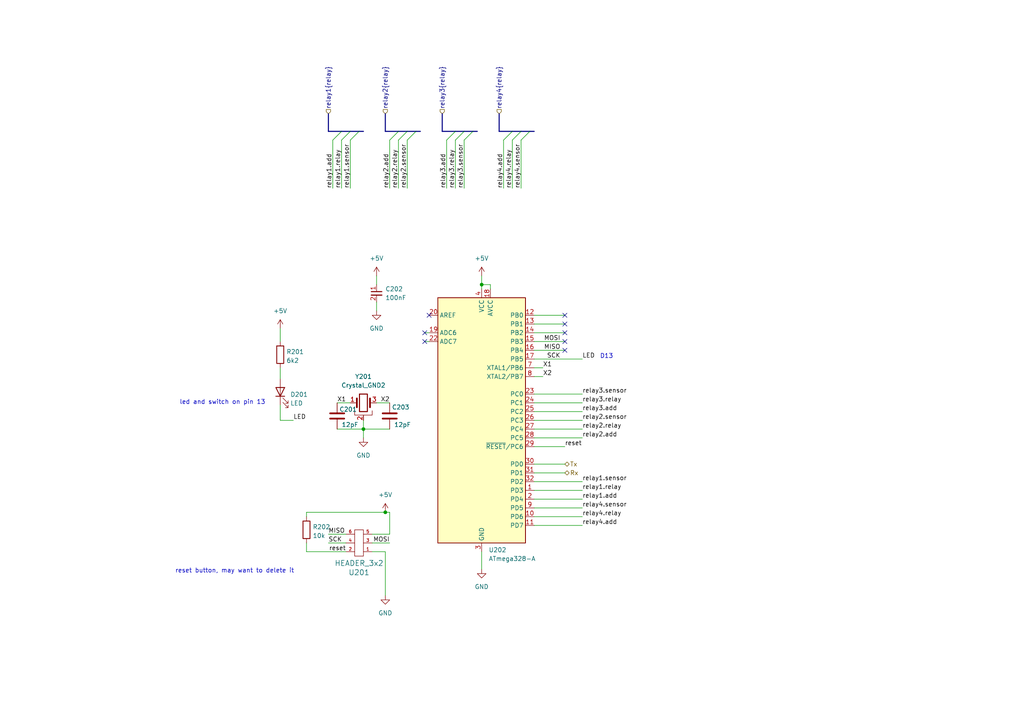
<source format=kicad_sch>
(kicad_sch (version 20230121) (generator eeschema)
  (paper "A4")
  (lib_symbols
    (symbol "Device:C" (pin_numbers hide) (pin_names (offset 0.254))
      (property "Reference" "C" (at 0.635 2.54 0))
      (property "Value" "C" (at 0.635 -2.54 0))
      (symbol "C_0_1"
        (polyline (pts (xy -2.032 -0.762) (xy 2.032 -0.762)) (stroke (width 0.508)))
        (polyline (pts (xy -2.032 0.762) (xy 2.032 0.762)) (stroke (width 0.508)))
      )
      (symbol "C_1_1"
        (pin passive line (at 0 3.81 270) (length 2.794) (name "~") (number "1"))
        (pin passive line (at 0 -3.81 90) (length 2.794) (name "~") (number "2"))
      )
    )
    (symbol "Device:LED" (pin_numbers hide) (pin_names (offset 1.016) hide)
      (property "Reference" "D" (at 0 2.54 0))
      (property "Value" "LED" (at 0 -2.54 0))
      (symbol "LED_0_1"
        (polyline (pts (xy -1.27 -1.27) (xy -1.27 1.27)) (stroke (width 0.254)))
        (polyline (pts (xy -1.27 0) (xy 1.27 0)))
        (polyline (pts (xy 1.27 -1.27) (xy 1.27 1.27) (xy -1.27 0) (xy 1.27 -1.27)) (stroke (width 0.254)))
        (polyline (pts (xy -3.048 -0.762) (xy -4.572 -2.286) (xy -3.81 -2.286) (xy -4.572 -2.286) (xy -4.572 -1.524)))
        (polyline (pts (xy -1.778 -0.762) (xy -3.302 -2.286) (xy -2.54 -2.286) (xy -3.302 -2.286) (xy -3.302 -1.524)))
      )
      (symbol "LED_1_1"
        (pin passive line (at -3.81 0 0) (length 2.54) (name "K") (number "1"))
        (pin passive line (at 3.81 0 180) (length 2.54) (name "A") (number "2"))
      )
    )
    (symbol "Device:R" (pin_numbers hide) (pin_names (offset 0))
      (property "Reference" "R" (at 2.032 0 90))
      (property "Value" "R" (at 0 0 90))
      (symbol "R_0_1"
        (rectangle (start -1.016 -2.54) (end 1.016 2.54) (stroke (width 0.254)))
      )
      (symbol "R_1_1"
        (pin passive line (at 0 3.81 270) (length 1.27) (name "~") (number "1"))
        (pin passive line (at 0 -3.81 90) (length 1.27) (name "~") (number "2"))
      )
    )
    (symbol "MCU_Microchip_ATmega:ATmega328-A"
      (property "Reference" "U" (at -12.7 36.83 0))
      (property "Value" "ATmega328-A" (at 2.54 -36.83 0))
      (symbol "ATmega328-A_0_1"
        (rectangle (start -12.7 -35.56) (end 12.7 35.56) (stroke (width 0.254)) (fill (type background)))
      )
      (symbol "ATmega328-A_1_1"
        (pin bidirectional line (at 15.24 -20.32 180) (length 2.54) (name "PD3") (number "1"))
        (pin bidirectional line (at 15.24 -27.94 180) (length 2.54) (name "PD6") (number "10"))
        (pin bidirectional line (at 15.24 -30.48 180) (length 2.54) (name "PD7") (number "11"))
        (pin bidirectional line (at 15.24 30.48 180) (length 2.54) (name "PB0") (number "12"))
        (pin bidirectional line (at 15.24 27.94 180) (length 2.54) (name "PB1") (number "13"))
        (pin bidirectional line (at 15.24 25.4 180) (length 2.54) (name "PB2") (number "14"))
        (pin bidirectional line (at 15.24 22.86 180) (length 2.54) (name "PB3") (number "15"))
        (pin bidirectional line (at 15.24 20.32 180) (length 2.54) (name "PB4") (number "16"))
        (pin bidirectional line (at 15.24 17.78 180) (length 2.54) (name "PB5") (number "17"))
        (pin power_in line (at 2.54 38.1 270) (length 2.54) (name "AVCC") (number "18"))
        (pin input line (at -15.24 25.4 0) (length 2.54) (name "ADC6") (number "19"))
        (pin bidirectional line (at 15.24 -22.86 180) (length 2.54) (name "PD4") (number "2"))
        (pin passive line (at -15.24 30.48 0) (length 2.54) (name "AREF") (number "20"))
        (pin passive line (at 0 -38.1 90) (length 2.54) hide (name "GND") (number "21"))
        (pin input line (at -15.24 22.86 0) (length 2.54) (name "ADC7") (number "22"))
        (pin bidirectional line (at 15.24 7.62 180) (length 2.54) (name "PC0") (number "23"))
        (pin bidirectional line (at 15.24 5.08 180) (length 2.54) (name "PC1") (number "24"))
        (pin bidirectional line (at 15.24 2.54 180) (length 2.54) (name "PC2") (number "25"))
        (pin bidirectional line (at 15.24 0 180) (length 2.54) (name "PC3") (number "26"))
        (pin bidirectional line (at 15.24 -2.54 180) (length 2.54) (name "PC4") (number "27"))
        (pin bidirectional line (at 15.24 -5.08 180) (length 2.54) (name "PC5") (number "28"))
        (pin bidirectional line (at 15.24 -7.62 180) (length 2.54) (name "~{RESET}/PC6") (number "29"))
        (pin power_in line (at 0 -38.1 90) (length 2.54) (name "GND") (number "3"))
        (pin bidirectional line (at 15.24 -12.7 180) (length 2.54) (name "PD0") (number "30"))
        (pin bidirectional line (at 15.24 -15.24 180) (length 2.54) (name "PD1") (number "31"))
        (pin bidirectional line (at 15.24 -17.78 180) (length 2.54) (name "PD2") (number "32"))
        (pin power_in line (at 0 38.1 270) (length 2.54) (name "VCC") (number "4"))
        (pin passive line (at 0 -38.1 90) (length 2.54) hide (name "GND") (number "5"))
        (pin passive line (at 0 38.1 270) (length 2.54) hide (name "VCC") (number "6"))
        (pin bidirectional line (at 15.24 15.24 180) (length 2.54) (name "XTAL1/PB6") (number "7"))
        (pin bidirectional line (at 15.24 12.7 180) (length 2.54) (name "XTAL2/PB7") (number "8"))
        (pin bidirectional line (at 15.24 -25.4 180) (length 2.54) (name "PD5") (number "9"))
      )
    )
    (symbol "capacitor_miscellaneous:C_0402_100nF"
      (property "Reference" "U" (at 1.27 2.54 0))
      (property "Value" "100nF" (at 3.81 -2.54 0))
      (property "JLCPCB Part#" "C307331" (at 0 0 0))
      (symbol "C_0402_100nF_0_1"
        (polyline (pts (xy -1.524 -0.508) (xy 1.524 -0.508)) (stroke (width 0.3302)))
        (polyline (pts (xy -1.524 0.508) (xy 1.524 0.508)) (stroke (width 0.3048)))
      )
      (symbol "C_0402_100nF_1_1"
        (pin passive line (at 0 2.54 270) (length 2.032) (name "~") (number "1"))
        (pin passive line (at 0 -2.54 90) (length 2.032) (name "~") (number "2"))
      )
    )
    (symbol "custom_kicad_lib_sk:crystal_arduino" (pin_names (offset 1.016) hide)
      (property "Reference" "Y" (at 0 5.715 0))
      (property "Value" "Crystal_GND2" (at 0 3.81 0))
      (property "JLCPCB Part#" "C13738" (at 0 0 0))
      (symbol "crystal_arduino_0_1"
        (rectangle (start -1.143 2.54) (end 1.143 -2.54) (stroke (width 0.3048)))
        (polyline (pts (xy -2.54 0) (xy -1.905 0)))
        (polyline (pts (xy -1.905 -1.27) (xy -1.905 1.27)) (stroke (width 0.508)))
        (polyline (pts (xy 0 -3.81) (xy 0 -3.556)))
        (polyline (pts (xy 1.905 0) (xy 2.54 0)))
        (polyline (pts (xy 1.905 1.27) (xy 1.905 -1.27)) (stroke (width 0.508)))
        (polyline (pts (xy -2.54 -2.286) (xy -2.54 -3.556) (xy 2.54 -3.556) (xy 2.54 -2.286)))
      )
      (symbol "crystal_arduino_1_1"
        (pin passive line (at -3.81 0 0) (length 1.27) (name "1") (number "1"))
        (pin passive line (at 0 -5.08 90) (length 1.27) (name "GND") (number "2"))
        (pin passive line (at 3.81 0 180) (length 1.27) (name "3") (number "3"))
        (pin passive line (at 0 -5.08 90) (length 1.27) hide (name "GND") (number "4"))
      )
    )
    (symbol "power:+5V" (power) (pin_names (offset 0))
      (property "Value" "+5V" (at 0 3.556 0))
      (symbol "+5V_0_1"
        (polyline (pts (xy -0.762 1.27) (xy 0 2.54)))
        (polyline (pts (xy 0 0) (xy 0 2.54)))
        (polyline (pts (xy 0 2.54) (xy 0.762 1.27)))
      )
      (symbol "+5V_1_1"
        (pin power_in line (at 0 0 90) (length 0) hide (name "+5V") (number "1"))
      )
    )
    (symbol "power:GND" (power) (pin_names (offset 0))
      (property "Value" "GND" (at 0 -3.81 0))
      (symbol "GND_0_1"
        (polyline (pts (xy 0 0) (xy 0 -1.27) (xy 1.27 -1.27) (xy 0 -2.54) (xy -1.27 -1.27) (xy 0 -1.27)))
      )
      (symbol "GND_1_1"
        (pin power_in line (at 0 0 270) (length 0) hide (name "GND") (number "1"))
      )
    )
    (symbol "servoDriverSMD-rescue:HEADER_3x2-w_connectors" (pin_names (offset 0))
      (property "Reference" "J" (at 0 5.08 0))
      (property "Value" "HEADER_3x2-w_connectors" (at 0 -5.08 0))
      (symbol "HEADER_3x2-w_connectors_0_1"
        (rectangle (start 1.27 3.81) (end -1.27 -3.81))
      )
      (symbol "HEADER_3x2-w_connectors_1_1"
        (pin passive line (at -3.81 2.54 0) (length 2.54) (name "~") (number "1"))
        (pin passive line (at 3.81 2.54 180) (length 2.54) (name "~") (number "2"))
        (pin passive line (at -3.81 0 0) (length 2.54) (name "~") (number "3"))
        (pin passive line (at 3.81 0 180) (length 2.54) (name "~") (number "4"))
        (pin passive line (at -3.81 -2.54 0) (length 2.54) (name "~") (number "5"))
        (pin passive line (at 3.81 -2.54 180) (length 2.54) (name "~") (number "6"))
      )
    )
  )
  (junction (at 105.41 124.46))
  (junction (at 111.76 148.59))
  (junction (at 139.7 82.55))
  (no_connect (at 123.19 96.52))
  (no_connect (at 124.46 91.44))
  (no_connect (at 163.83 93.98))
  (no_connect (at 163.83 96.52))
  (no_connect (at 163.83 99.06))
  (no_connect (at 123.19 99.06))
  (no_connect (at 163.83 101.6))
  (no_connect (at 163.83 91.44))
  (bus_entry (at 113.03 40.64) (size 2.54 -2.54))
  (bus_entry (at 118.11 40.64) (size 2.54 -2.54))
  (bus_entry (at 115.57 40.64) (size 2.54 -2.54))
  (bus_entry (at 96.52 40.64) (size 2.54 -2.54))
  (bus_entry (at 132.08 40.64) (size 2.54 -2.54))
  (bus_entry (at 101.6 40.64) (size 2.54 -2.54))
  (bus_entry (at 148.59 40.64) (size 2.54 -2.54))
  (bus_entry (at 99.06 40.64) (size 2.54 -2.54))
  (bus_entry (at 146.05 40.64) (size 2.54 -2.54))
  (bus_entry (at 151.13 40.64) (size 2.54 -2.54))
  (bus_entry (at 134.62 40.64) (size 2.54 -2.54))
  (bus_entry (at 129.54 40.64) (size 2.54 -2.54))
  (wire (pts (xy 111.76 148.59) (xy 113.03 148.59)))
  (wire (pts (xy 168.91 142.24) (xy 154.94 142.24)))
  (wire (pts (xy 139.7 82.55) (xy 139.7 83.82)))
  (wire (pts (xy 105.41 124.46) (xy 113.03 124.46)))
  (wire (pts (xy 154.94 127) (xy 168.91 127)))
  (wire (pts (xy 107.95 154.94) (xy 113.03 154.94)))
  (bus (pts (xy 118.11 38.1) (xy 120.65 38.1)))
  (bus (pts (xy 95.25 33.02) (xy 95.25 38.1)))
  (wire (pts (xy 111.76 160.02) (xy 107.95 160.02)))
  (wire (pts (xy 142.24 82.55) (xy 139.7 82.55)))
  (wire (pts (xy 154.94 124.46) (xy 168.91 124.46)))
  (bus (pts (xy 144.78 33.02) (xy 144.78 38.1)))
  (wire (pts (xy 113.03 54.61) (xy 113.03 40.64)))
  (wire (pts (xy 100.33 157.48) (xy 95.25 157.48)))
  (wire (pts (xy 101.6 116.84) (xy 97.79 116.84)))
  (wire (pts (xy 168.91 139.7) (xy 154.94 139.7)))
  (wire (pts (xy 168.91 149.86) (xy 154.94 149.86)))
  (wire (pts (xy 88.9 160.02) (xy 100.33 160.02)))
  (bus (pts (xy 134.62 38.1) (xy 137.16 38.1)))
  (wire (pts (xy 88.9 148.59) (xy 111.76 148.59)))
  (bus (pts (xy 148.59 38.1) (xy 151.13 38.1)))
  (wire (pts (xy 81.28 117.475) (xy 81.28 121.92)))
  (bus (pts (xy 111.76 38.1) (xy 115.57 38.1)))
  (wire (pts (xy 154.94 129.54) (xy 163.83 129.54)))
  (wire (pts (xy 168.91 152.4) (xy 154.94 152.4)))
  (wire (pts (xy 113.03 154.94) (xy 113.03 148.59)))
  (wire (pts (xy 129.54 54.61) (xy 129.54 40.64)))
  (bus (pts (xy 128.27 38.1) (xy 132.08 38.1)))
  (bus (pts (xy 128.27 33.02) (xy 128.27 38.1)))
  (bus (pts (xy 115.57 38.1) (xy 118.11 38.1)))
  (wire (pts (xy 168.91 116.84) (xy 154.94 116.84)))
  (wire (pts (xy 154.94 109.22) (xy 157.48 109.22)))
  (wire (pts (xy 139.7 160.02) (xy 139.7 165.1)))
  (wire (pts (xy 101.6 54.61) (xy 101.6 40.64)))
  (bus (pts (xy 111.76 33.02) (xy 111.76 38.1)))
  (wire (pts (xy 123.19 96.52) (xy 124.46 96.52)))
  (bus (pts (xy 151.13 38.1) (xy 153.67 38.1)))
  (wire (pts (xy 88.9 157.48) (xy 88.9 160.02)))
  (wire (pts (xy 99.06 54.61) (xy 99.06 40.64)))
  (bus (pts (xy 104.14 38.1) (xy 105.41 38.1)))
  (bus (pts (xy 99.06 38.1) (xy 101.6 38.1)))
  (wire (pts (xy 107.95 157.48) (xy 113.03 157.48)))
  (wire (pts (xy 154.94 121.92) (xy 168.91 121.92)))
  (wire (pts (xy 81.28 106.68) (xy 81.28 109.855)))
  (wire (pts (xy 105.41 121.92) (xy 105.41 124.46)))
  (wire (pts (xy 109.22 116.84) (xy 113.03 116.84)))
  (wire (pts (xy 168.91 144.78) (xy 154.94 144.78)))
  (wire (pts (xy 123.19 99.06) (xy 124.46 99.06)))
  (wire (pts (xy 132.08 54.61) (xy 132.08 40.64)))
  (wire (pts (xy 148.59 54.61) (xy 148.59 40.64)))
  (wire (pts (xy 139.7 80.01) (xy 139.7 82.55)))
  (wire (pts (xy 118.11 54.61) (xy 118.11 40.64)))
  (wire (pts (xy 111.76 160.02) (xy 111.76 172.72)))
  (bus (pts (xy 153.67 38.1) (xy 154.94 38.1)))
  (wire (pts (xy 154.94 106.68) (xy 157.48 106.68)))
  (bus (pts (xy 137.16 38.1) (xy 138.43 38.1)))
  (wire (pts (xy 115.57 54.61) (xy 115.57 40.64)))
  (wire (pts (xy 168.91 114.3) (xy 154.94 114.3)))
  (wire (pts (xy 95.25 154.94) (xy 100.33 154.94)))
  (wire (pts (xy 81.28 95.25) (xy 81.28 99.06)))
  (wire (pts (xy 151.13 54.61) (xy 151.13 40.64)))
  (wire (pts (xy 134.62 54.61) (xy 134.62 40.64)))
  (wire (pts (xy 109.22 87.63) (xy 109.22 90.17)))
  (wire (pts (xy 154.94 99.06) (xy 163.83 99.06)))
  (wire (pts (xy 88.9 148.59) (xy 88.9 149.86)))
  (wire (pts (xy 85.09 121.92) (xy 81.28 121.92)))
  (bus (pts (xy 120.65 38.1) (xy 121.92 38.1)))
  (wire (pts (xy 154.94 119.38) (xy 168.91 119.38)))
  (wire (pts (xy 154.94 93.98) (xy 163.83 93.98)))
  (wire (pts (xy 154.94 137.16) (xy 163.83 137.16)))
  (bus (pts (xy 132.08 38.1) (xy 134.62 38.1)))
  (wire (pts (xy 97.79 124.46) (xy 105.41 124.46)))
  (wire (pts (xy 109.22 80.01) (xy 109.22 82.55)))
  (wire (pts (xy 154.94 134.62) (xy 163.83 134.62)))
  (wire (pts (xy 168.91 147.32) (xy 154.94 147.32)))
  (wire (pts (xy 105.41 124.46) (xy 105.41 127)))
  (wire (pts (xy 154.94 104.14) (xy 168.91 104.14)))
  (wire (pts (xy 142.24 83.82) (xy 142.24 82.55)))
  (bus (pts (xy 144.78 38.1) (xy 148.59 38.1)))
  (bus (pts (xy 101.6 38.1) (xy 104.14 38.1)))
  (bus (pts (xy 95.25 38.1) (xy 99.06 38.1)))
  (wire (pts (xy 96.52 54.61) (xy 96.52 40.64)))
  (wire (pts (xy 154.94 101.6) (xy 163.83 101.6)))
  (wire (pts (xy 154.94 91.44) (xy 163.83 91.44)))
  (wire (pts (xy 146.05 54.61) (xy 146.05 40.64)))
  (wire (pts (xy 154.94 96.52) (xy 163.83 96.52)))
  (text "reset button, may want to delete it" (at 50.8 166.37 0) (effects (font (size 1.27 1.27)) (justify left bottom)))
  (text "led and switch on pin 13" (at 52.07 117.475 0) (effects (font (size 1.27 1.27)) (justify left bottom)))
  (text "D13" (at 173.99 104.14 0) (effects (font (size 1.27 1.27)) (justify left bottom)))
  (label "relay4.sensor" (at 168.91 147.32 0))
  (label "relay3.relay" (at 168.91 116.84 0))
  (label "relay2.add" (at 168.91 127 0))
  (label "SCK" (at 95.25 157.48 0))
  (label "relay1.relay" (at 99.06 54.61 90))
  (label "reset" (at 163.83 129.54 0))
  (label "X1" (at 97.79 116.84 0))
  (label "X2" (at 157.48 109.22 0))
  (label "relay2.relay" (at 115.57 54.61 90))
  (label "relay4.add" (at 168.91 152.4 0))
  (label "MISO" (at 95.25 154.94 0))
  (label "relay3.sensor" (at 134.62 54.61 90))
  (label "relay4.add" (at 146.05 54.61 90))
  (label "relay1.sensor" (at 101.6 54.61 90))
  (label "MOSI" (at 162.56 99.06 180))
  (label "relay3.add" (at 129.54 54.61 90))
  (label "reset" (at 100.33 160.02 180))
  (label "relay2.sensor" (at 168.91 121.92 0))
  (label "relay2.add" (at 113.03 54.61 90))
  (label "relay1.add" (at 168.91 144.78 0))
  (label "relay1.relay" (at 168.91 142.24 0))
  (label "relay3.add" (at 168.91 119.38 0))
  (label "relay4.relay" (at 148.59 54.61 90))
  (label "relay1.add" (at 96.52 54.61 90))
  (label "LED" (at 168.91 104.14 0))
  (label "X1" (at 157.48 106.68 0))
  (label "SCK" (at 162.56 104.14 180))
  (label "MISO" (at 162.56 101.6 180))
  (label "LED" (at 85.09 121.92 0))
  (label "relay3.sensor" (at 168.91 114.3 0))
  (label "MOSI" (at 113.03 157.48 180))
  (label "relay2.sensor" (at 118.11 54.61 90))
  (label "relay4.sensor" (at 151.13 54.61 90))
  (label "relay3.relay" (at 132.08 54.61 90))
  (label "relay4.relay" (at 168.91 149.86 0))
  (label "relay2.relay" (at 168.91 124.46 0))
  (label "X2" (at 113.03 116.84 180))
  (label "relay1.sensor" (at 168.91 139.7 0))
  (hierarchical_label "relay3{relay}" (shape input) (at 128.27 33.02 90))
  (hierarchical_label "relay4{relay}" (shape input) (at 144.78 33.02 90))
  (hierarchical_label "relay2{relay}" (shape input) (at 111.76 33.02 90))
  (hierarchical_label "relay1{relay}" (shape input) (at 95.25 33.02 90))
  (hierarchical_label "Rx" (shape bidirectional) (at 163.83 137.16 0))
  (hierarchical_label "Tx" (shape bidirectional) (at 163.83 134.62 0))
  (symbol (lib_id "custom_kicad_lib_sk:crystal_arduino") (at 105.41 116.84 0) (unit 1)
    (property "Reference" "Y201" (at 105.41 109.22 0))
    (property "Value" "Crystal_GND2" (at 105.41 111.76 0))
    (property "Footprint" "custom_kicad_lib_sk:crystal_arduino" (effects hide))
    (property "JLCPCB Part#" "C13738" (effects hide))
    (instances (project "relayTracker" (path "" (reference "Y201") (unit 1))) (project "atmega328" (path "" (reference "Y201") (unit 1))) (project "general_schematics" (path "" (reference "Y?") (unit 1)) (path "" (reference "Y1401") (unit 1))))
  )
  (symbol (lib_id "Device:C") (at 113.03 120.65 180) (unit 1)
    (property "Reference" "C203" (at 113.665 118.11 0) (effects (justify right)))
    (property "Value" "12pF" (at 114.3 123.19 0) (effects (justify right)))
    (property "Footprint" "Capacitor_SMD:C_0603_1608Metric" (effects hide))
    (property "JLCPCB Part#" "C38523" (effects hide))
    (instances (project "relayTracker" (path "" (reference "C203") (unit 1))) (project "atmega328" (path "" (reference "C203") (unit 1))) (project "general_schematics" (path "" (reference "C?") (unit 1)) (path "" (reference "C1403") (unit 1))))
  )
  (symbol (lib_id "Device:R") (at 81.28 102.87 0) (unit 1)
    (property "Reference" "R201" (at 83.058 102.0353 0) (effects (justify left)))
    (property "Value" "6k2" (at 83.058 104.5722 0) (effects (justify left)))
    (property "Footprint" "Resistor_SMD:R_0603_1608Metric_Pad0.98x0.95mm_HandSolder" (effects hide))
    (property "JLCPCB Part#" "C4260" (effects hide))
    (instances (project "relayTracker" (path "" (reference "R201") (unit 1))) (project "atmega328" (path "" (reference "R201") (unit 1))) (project "general_schematics" (path "" (reference "R1401") (unit 1))))
  )
  (symbol (lib_id "MCU_Microchip_ATmega:ATmega328-A") (at 139.7 121.92 0) (unit 1)
    (property "Reference" "U202" (at 141.7194 159.5104 0) (effects (justify left)))
    (property "Value" "ATmega328-A" (at 141.7194 162.0473 0) (effects (justify left)))
    (property "Footprint" "Package_QFP:TQFP-32_7x7mm_P0.8mm" (effects hide))
    (property "Datasheet" "http://ww1.microchip.com/downloads/en/DeviceDoc/ATmega328_P%20AVR%20MCU%20with%20picoPower%20Technology%20Data%20Sheet%2040001984A.pdf" (effects hide))
    (property "JLCPCB Part#" "C14877" (effects hide))
    (instances (project "relayTracker" (path "" (reference "U202") (unit 1))) (project "atmega328" (path "" (reference "U202") (unit 1))) (project "general_schematics" (path "" (reference "U1402") (unit 1))))
  )
  (symbol (lib_id "Device:C") (at 97.79 120.65 180) (unit 1)
    (property "Reference" "C201" (at 98.425 118.745 0) (effects (justify right)))
    (property "Value" "12pF" (at 99.06 123.19 0) (effects (justify right)))
    (property "Footprint" "Capacitor_SMD:C_0603_1608Metric" (effects hide))
    (property "JLCPCB Part#" "C38523" (effects hide))
    (instances (project "relayTracker" (path "" (reference "C201") (unit 1))) (project "atmega328" (path "" (reference "C201") (unit 1))) (project "general_schematics" (path "" (reference "C?") (unit 1)) (path "" (reference "C1401") (unit 1))))
  )
  (symbol (lib_id "power:+5V") (at 111.76 148.59 0) (unit 1)
    (property "Reference" "#PWR0203" (effects hide))
    (property "Value" "+5V" (at 111.76 143.51 0))
  )
  (symbol (lib_id "power:+5V") (at 81.28 95.25 0) (unit 1)
    (property "Reference" "#PWR0204" (effects hide))
    (property "Value" "+5V" (at 81.28 90.17 0))
  )
  (symbol (lib_id "power:+5V") (at 109.22 80.01 0) (unit 1)
    (property "Reference" "#PWR0205" (effects hide))
    (property "Value" "+5V" (at 109.22 74.93 0))
  )
  (symbol (lib_id "power:GND") (at 109.22 90.17 0) (unit 1)
    (property "Reference" "#PWR0208" (effects hide))
    (property "Value" "GND" (at 109.22 95.25 0))
  )
  (symbol (lib_id "Device:LED") (at 81.28 113.665 90) (unit 1)
    (property "Reference" "D201" (at 84.201 114.4178 90) (effects (justify right)))
    (property "Value" "LED" (at 84.201 116.9547 90) (effects (justify right)))
    (property "Footprint" "LED_SMD:LED_0805_2012Metric_Pad1.15x1.40mm_HandSolder" (effects hide))
    (property "JLCPCB Part#" "C84256" (effects hide))
    (instances (project "relayTracker" (path "" (reference "D201") (unit 1))) (project "atmega328" (path "" (reference "D201") (unit 1))) (project "general_schematics" (path "" (reference "D1401") (unit 1))))
  )
  (symbol (lib_id "servoDriverSMD-rescue:HEADER_3x2-w_connectors") (at 104.14 157.48 180) (unit 1)
    (property "Reference" "U201" (at 104.14 166.0398 0) (effects (font (size 1.524 1.524))))
    (property "Value" "HEADER_3x2" (at 104.14 163.3474 0) (effects (font (size 1.524 1.524))))
    (property "Footprint" "Connector_PinSocket_1.27mm:PinSocket_2x03_P1.27mm_Vertical" (effects hide))
    (instances (project "relayTracker" (path "" (reference "U201") (unit 1))) (project "atmega328" (path "" (reference "U201") (unit 1))) (project "general_schematics" (path "" (reference "U1401") (unit 1))))
  )
  (symbol (lib_id "power:GND") (at 111.76 172.72 0) (unit 1)
    (property "Reference" "#PWR0202" (effects hide))
    (property "Value" "GND" (at 111.76 177.8 0))
  )
  (symbol (lib_id "power:+5V") (at 139.7 80.01 0) (unit 1)
    (property "Reference" "#PWR0206" (effects hide))
    (property "Value" "+5V" (at 139.7 74.93 0))
  )
  (symbol (lib_id "Device:R") (at 88.9 153.67 0) (unit 1)
    (property "Reference" "R202" (at 90.678 152.8353 0) (effects (justify left)))
    (property "Value" "10k" (at 90.678 155.3722 0) (effects (justify left)))
    (property "Footprint" "Resistor_SMD:R_0402_1005Metric_Pad0.72x0.64mm_HandSolder" (effects hide))
    (property "JLCPCB Part#" "C25744" (effects hide))
    (instances (project "relayTracker" (path "" (reference "R202") (unit 1))) (project "atmega328" (path "" (reference "R202") (unit 1))) (project "general_schematics" (path "" (reference "R1402") (unit 1))))
  )
  (symbol (lib_id "capacitor_miscellaneous:C_0402_100nF") (at 109.22 85.09 0) (unit 1)
    (property "Reference" "C202" (at 111.76 83.8263 0) (effects (justify left)))
    (property "Value" "100nF" (at 111.76 86.3663 0) (effects (justify left)))
    (property "Footprint" "Capacitor_SMD:C_0402_1005Metric" (effects hide))
    (property "JLCPCB Part#" "C307331" (effects hide))
  )
  (symbol (lib_id "power:GND") (at 105.41 127 0) (unit 1)
    (property "Reference" "#PWR0207" (effects hide))
    (property "Value" "GND" (at 105.41 132.08 0))
  )
  (symbol (lib_id "power:GND") (at 139.7 165.1 0) (unit 1)
    (property "Reference" "#PWR0201" (effects hide))
    (property "Value" "GND" (at 139.7 170.18 0))
  )
)
</source>
